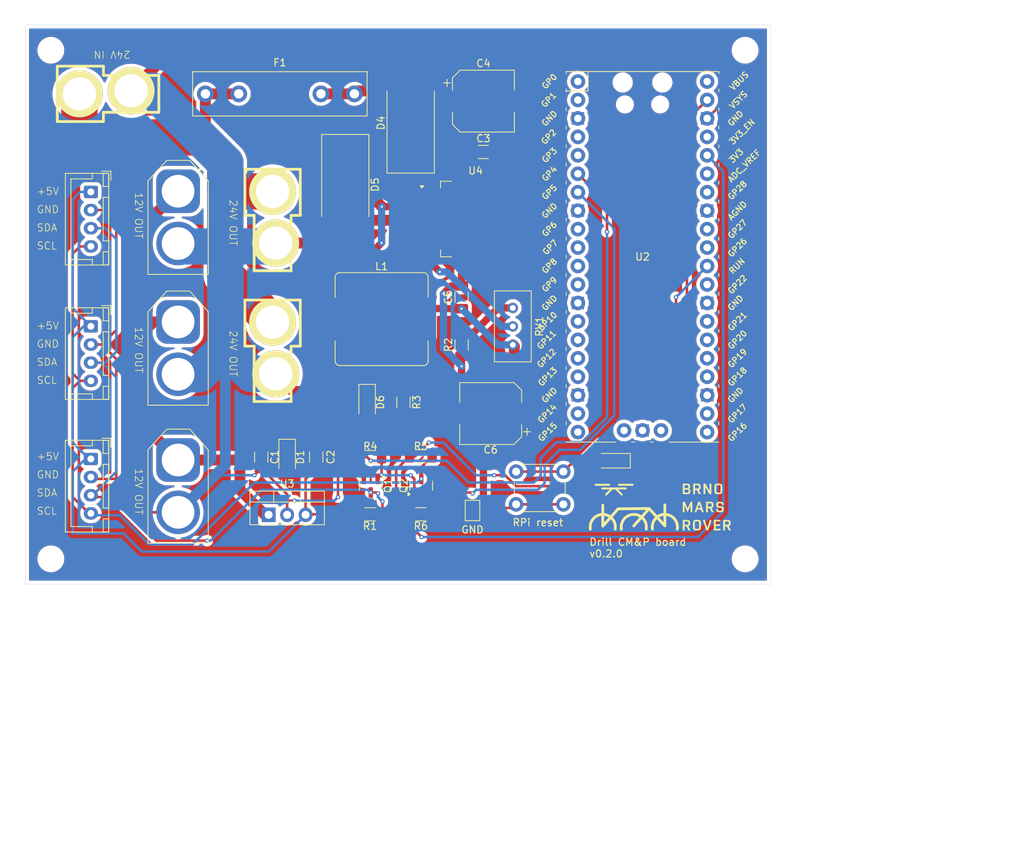
<source format=kicad_pcb>
(kicad_pcb (version 20240108) (generator "pcbnew") (generator_version "8.0")
  (layers (0 "F.Cu" signal) (31 "B.Cu" signal) (34 "B.Paste" user) (35 "F.Paste" user) (36 "B.SilkS" user "B.Silkscreen") (37 "F.SilkS" user "F.Silkscreen") (38 "B.Mask" user) (39 "F.Mask" user) (44 "Edge.Cuts" user))
  (net 0 "")
  (net 1 "+12V")
  (net 2 "GND")
  (net 3 "+24V")
  (net 4 "+5V")
  (net 5 "Net-(D4-K)")
  (net 6 "Net-(D2-K)")
  (net 7 "Net-(D4-A)")
  (net 8 "Net-(D5-K)")
  (net 9 "Net-(D6-A)")
  (net 10 "HSCL")
  (net 11 "HSDA")
  (net 12 "LSDA")
  (net 13 "+3.3V")
  (net 14 "LSCL")
  (net 15 "Net-(R2-Pad2)")
  (net 16 "Net-(U4-FB)")
  (net 17 "Net-(U2-RUN)")
  (footprint "MountingHole:MountingHole_3.2mm_M3" (layer "F.Cu") (at 116 93)
    (property "Reference" "H3" (hide yes))
    (property "Value" "MountingHole" (hide yes))
  )
  (footprint "Button_Switch_THT:SW_PUSH_6mm_H5mm" (layer "F.Cu") (at 84.5 81)
    (property "Reference" "RPi reset")
    (property "Value" "Reset")
  )
  (footprint "MountingHole:MountingHole_3.2mm_M3" (layer "F.Cu") (at 20.5 23)
    (property "Reference" "H3" (hide yes))
    (property "Value" "MountingHole" (hide yes))
  )
  (footprint "Diode_SMD:D_SMC_Handsoldering" (layer "F.Cu") (at 70 33 90)
    (property "Reference" "D4")
    (property "Value" "D_Schottky")
  )
  (footprint "Resistor_SMD:R_1206_3216Metric_Pad1.30x1.75mm_HandSolder" (layer "F.Cu") (at 64.4 86.875)
    (property "Reference" "R1")
    (property "Value" "4K7")
  )
  (footprint "Connector_AMASS:AMASS_XT60-M_1x02_P7.20mm_Vertical" (layer "F.Cu") (at 38 42.4 -90)
    (property "Reference" "12V OUT1" (hide yes))
    (property "Value" "Screw_Terminal_01x02")
  )
  (footprint "Capacitor_SMD:C_1206_3216Metric_Pad1.33x1.80mm_HandSolder" (layer "F.Cu") (at 80 37)
    (property "Reference" "C3")
    (property "Value" "100nF")
  )
  (footprint "Inductor_SMD:L_TaiTech_TMPC1265_13.5x12.5mm" (layer "F.Cu") (at 66 60)
    (property "Reference" "L1")
    (property "Value" "470uH")
  )
  (footprint "Jumper:SolderJumper-2_P1.3mm_Bridged2Bar_Pad1.0x1.5mm" (layer "F.Cu") (at 78.5 86.35 90)
    (property "Reference" "GND")
    (property "Value" "Screw_Terminal_01x01")
  )
  (footprint "Capacitor_SMD:C_1206_3216Metric_Pad1.33x1.80mm_HandSolder" (layer "F.Cu") (at 77 57 90)
    (property "Reference" "C5")
    (property "Value" "100nF")
  )
  (footprint "Resistor_SMD:R_1206_3216Metric_Pad1.30x1.75mm_HandSolder" (layer "F.Cu") (at 71.4 78.875)
    (property "Reference" "R5")
    (property "Value" "4K7")
  )
  (footprint "Diode_SMD:D_1206_3216Metric_Pad1.42x1.75mm_HandSolder" (layer "F.Cu") (at 53 79 -90)
    (property "Reference" "D1")
    (property "Value" "D")
  )
  (footprint "Package_TO_SOT_SMD:SOT-23" (layer "F.Cu") (at 71.45 82.9375 90)
    (property "Reference" "Q2")
    (property "Value" "BS170F")
  )
  (footprint "Capacitor_SMD:CP_Elec_8x10" (layer "F.Cu") (at 80 30)
    (property "Reference" "C4")
    (property "Value" "100uF")
  )
  (footprint "Resistor_SMD:R_1206_3216Metric_Pad1.30x1.75mm_HandSolder" (layer "F.Cu") (at 64.45 79 180)
    (property "Reference" "R4")
    (property "Value" "4K7")
  )
  (footprint "Diode_SMD:D_SOD-123" (layer "F.Cu") (at 97.85 79.5 180)
    (property "Reference" "D2" (hide yes))
    (property "Value" "D_Schottky" (hide yes))
  )
  (footprint "Fuse:Fuseholder_Littelfuse_100_series_5x20mm" (layer "F.Cu") (at 41.75 29)
    (property "Reference" "F1")
    (property "Value" "Fuse")
  )
  (footprint "T-DEAN-libs:DEANS" (layer "F.Cu") (at 51 47)
    (property "Reference" "24V OUT2" (hide yes))
    (property "Value" "Screw_Terminal_01x02" (hide yes))
  )
  (footprint "Capacitor_SMD:C_1206_3216Metric_Pad1.33x1.80mm_HandSolder" (layer "F.Cu") (at 57 79 90)
    (property "Reference" "C2")
    (property "Value" "C")
  )
  (footprint "Potentiometer_THT:Potentiometer_Bourns_3296W_Vertical" (layer "F.Cu") (at 84.05 63.55 -90)
    (property "Reference" "RV1")
    (property "Value" "W103 (10K)")
  )
  (footprint "MountingHole:MountingHole_3.2mm_M3" (layer "F.Cu") (at 20.5 93)
    (property "Reference" "H3" (hide yes))
    (property "Value" "MountingHole" (hide yes))
  )
  (footprint "T-DEAN-libs:DEANS" (layer "F.Cu") (at 51 65)
    (property "Reference" "24V OUT1" (hide yes))
    (property "Value" "Screw_Terminal_01x02" (hide yes))
  )
  (footprint "T-DEAN-libs:DEANS" (layer "F.Cu") (at 29 29 90)
    (property "Reference" "24V IN1" (hide yes))
    (property "Value" "Screw_Terminal_01x02" (hide yes))
  )
  (footprint "Package_TO_SOT_SMD:TO-263-5_TabPin3" (layer "F.Cu") (at 78.925 46.225)
    (property "Reference" "U4")
    (property "Value" "LM2596S-ADJ")
  )
  (footprint "Connector_AMASS:AMASS_XT60-M_1x02_P7.20mm_Vertical" (layer "F.Cu") (at 38 79.4 -90)
    (property "Reference" "12V OUT3" (hide yes))
    (property "Value" "Screw_Terminal_01x02")
  )
  (footprint "Capacitor_SMD:C_1206_3216Metric_Pad1.33x1.80mm_HandSolder" (layer "F.Cu") (at 49.4375 79 -90)
    (property "Reference" "C1")
    (property "Value" "C")
  )
  (footprint "MCU_RaspberryPi_and_Boards-libs:RPi_Pico_SMD_TH" (layer "F.Cu") (at 101.89 51.43)
    (property "Reference" "U2")
    (property "Value" "Pico")
  )
  (footprint "Connector_JST:JST_XH_B4B-XH-A_1x04_P2.50mm_Vertical" (layer "F.Cu") (at 26 42.5 -90)
    (property "Reference" "I2C1" (hide yes))
    (property "Value" "Screw_Terminal_01x04")
  )
  (footprint "Resistor_SMD:R_1206_3216Metric_Pad1.30x1.75mm_HandSolder" (layer "F.Cu") (at 69 71.45 -90)
    (property "Reference" "R3")
    (property "Value" "R")
  )
  (footprint "Diode_SMD:D_SMC_Handsoldering" (layer "F.Cu") (at 61 41.5 -90)
    (property "Reference" "D5")
    (property "Value" "D_Schottky")
  )
  (footprint "LOGO" (layer "F.Cu") (at 104.5 86)
    (property "Reference" "G***" (hide yes))
    (property "Value" "LOGO" (hide yes))
  )
  (footprint "MountingHole:MountingHole_3.2mm_M3" (layer "F.Cu") (at 116 23)
    (property "Reference" "H3" (hide yes))
    (property "Value" "MountingHole" (hide yes))
  )
  (footprint "Capacitor_SMD:CP_Elec_8x10" (layer "F.Cu") (at 81 73 180)
    (property "Reference" "C6")
    (property "Value" "220uF")
  )
  (footprint "Resistor_SMD:R_1206_3216Metric_Pad1.30x1.75mm_HandSolder" (layer "F.Cu") (at 71.4 86.875)
    (property "Reference" "R6")
    (property "Value" "4K7" (hide yes))
  )
  (footprint "Diode_SMD:D_1206_3216Metric_Pad1.42x1.75mm_HandSolder" (layer "F.Cu") (at 64 71.45 -90)
    (property "Reference" "D6")
    (property "Value" "LED")
  )
  (footprint "Connector_JST:JST_XH_B4B-XH-A_1x04_P2.50mm_Vertical" (layer "F.Cu") (at 26 79.25 -90)
    (property "Reference" "I2C3" (hide yes))
    (property "Value" "Screw_Terminal_01x04")
  )
  (footprint "Package_TO_SOT_THT:TO-220-3_Vertical" (layer "F.Cu") (at 50.46 86.945)
    (property "Reference" "U3")
    (property "Value" "L7805")
  )
  (footprint "Connector_JST:JST_XH_B4B-XH-A_1x04_P2.50mm_Vertical" (layer "F.Cu") (at 26 61 -90)
    (property "Reference" "I2C2" (hide yes))
    (property "Value" "Screw_Terminal_01x04")
  )
  (footprint "Package_TO_SOT_SMD:SOT-23" (layer "F.Cu") (at 64.5 82.9375 -90)
    (property "Reference" "Q1")
    (property "Value" "BS170F")
  )
  (footprint "Connector_AMASS:AMASS_XT60-M_1x02_P7.20mm_Vertical" (layer "F.Cu") (at 38 60.4 -90)
    (property "Reference" "12V OUT2" (hide yes))
    (property "Value" "Screw_Terminal_01x02")
  )
  (footprint "Resistor_SMD:R_1206_3216Metric_Pad1.30x1.75mm_HandSolder" (layer "F.Cu") (at 77 63.55 90)
    (property "Reference" "R2")
    (property "Value" "5K")
  )
  (gr_rect (start 17 19.5) (end 119.5 96.5) (stroke (width 0.05)) (fill none) (layer "Edge.Cuts"))
  (gr_text "+5V\n" (at 18.5 79.5 0) (layer "F.SilkS") (effects (font (size 1 1) (thickness 0.1)) (justify left bottom)))
  (gr_text "24V OUT\n" (at 45 61.5 -90) (layer "F.SilkS") (effects (font (size 1 1) (thickness 0.1)) (justify left bottom)))
  (gr_text "SDA" (at 18.5 66.5 0) (layer "F.SilkS") (effects (font (size 1 1) (thickness 0.1)) (justify left bottom)))
  (gr_text "+5V\n" (at 18.5 43 0) (layer "F.SilkS") (effects (font (size 1 1) (thickness 0.1)) (justify left bottom)))
  (gr_text "24V OUT\n" (at 45 43.5 -90) (layer "F.SilkS") (effects (font (size 1 1) (thickness 0.1)) (justify left bottom)))
  (gr_text "SDA" (at 18.5 84.5 0) (layer "F.SilkS") (effects (font (size 1 1) (thickness 0.1)) (justify left bottom)))
  (gr_text "12V OUT\n" (at 32 42.5 -90) (layer "F.SilkS") (effects (font (size 1 1) (thickness 0.1)) (justify left bottom)))
  (gr_text "+5V\n" (at 18.5 61.5 0) (layer "F.SilkS") (effects (font (size 1 1) (thickness 0.1)) (justify left bottom)))
  (gr_text "SCL\n" (at 18.5 69 0) (layer "F.SilkS") (effects (font (size 1 1) (thickness 0.1)) (justify left bottom)))
  (gr_text "24V IN\n" (at 31.5 23 180) (layer "F.SilkS") (effects (font (size 1 1) (thickness 0.1)) (justify left bottom)))
  (gr_text "SCL\n" (at 18.5 87 0) (layer "F.SilkS") (effects (font (size 1 1) (thickness 0.1)) (justify left bottom)))
  (gr_text "12V OUT\n" (at 32 61 -90) (layer "F.SilkS") (effects (font (size 1 1) (thickness 0.1)) (justify left bottom)))
  (gr_text "Drill CM&P board\nv0.2.0" (at 94.5 91.5 0) (layer "F.SilkS") (effects (font (size 1 1)) (justify left)))
  (gr_text "12V OUT\n" (at 32 80.5 -90) (layer "F.SilkS") (effects (font (size 1 1) (thickness 0.1)) (justify left bottom)))
  (gr_text "GND\n" (at 18.5 64 0) (layer "F.SilkS") (effects (font (size 1 1) (thickness 0.1)) (justify left bottom)))
  (gr_text "SDA" (at 18.5 48 0) (layer "F.SilkS") (effects (font (size 1 1) (thickness 0.1)) (justify left bottom)))
  (gr_text "SCL\n" (at 18.5 50.5 0) (layer "F.SilkS") (effects (font (size 1 1) (thickness 0.1)) (justify left bottom)))
  (gr_text "GND\n" (at 18.5 45.5 0) (layer "F.SilkS") (effects (font (size 1 1) (thickness 0.1)) (justify left bottom)))
  (gr_text "GND\n" (at 18.5 82 0) (layer "F.SilkS") (effects (font (size 1 1) (thickness 0.1)) (justify left bottom)))
  (segment (start 33 62) (end 33 47.4) (width 1.5) (layer "F.Cu") (net 1))
  (segment (start 69 73) (end 71.5 73) (width 1) (layer "F.Cu") (net 1))
  (segment (start 72.9875 58.5625) (end 71.55 60) (width 1) (layer "F.Cu") (net 1))
  (segment (start 34.6 60.4) (end 38 60.4) (width 1.5) (layer "F.Cu") (net 1))
  (segment (start 47.475 79.4) (end 49.4375 77.4375) (width 1.5) (layer "F.Cu") (net 1))
  (segment (start 50.46 86.945) (end 49.945 86.945) (width 1.5) (layer "F.Cu") (net 1))
  (segment (start 49.5125 77.5125) (end 49.4375 77.4375) (width 0.2) (layer "F.Cu") (net 1))
  (segment (start 46.5 83.5) (end 46.5 80.375) (width 1.5) (layer "F.Cu") (net 1))
  (segment (start 55.0125 75.5) (end 66.5 75.5) (width 1) (layer "F.Cu") (net 1))
  (segment (start 38 79.4) (end 33 74.4) (width 1.5) (layer "F.Cu") (net 1))
  (segment (start 84.25 63.75) (end 84.05 63.55) (width 1.5) (layer "F.Cu") (net 1))
  (segment (start 33 47.4) (end 38 42.4) (width 1.5) (layer "F.Cu") (net 1))
  (segment (start 66.5 75.5) (end 69 73) (width 1) (layer "F.Cu") (net 1))
  (segment (start 77 58.5625) (end 72.9875 58.5625) (width 1) (layer "F.Cu") (net 1))
  (segment (start 46.5 80.375) (end 49.4375 77.4375) (width 1.5) (layer "F.Cu") (net 1))
  (segment (start 71.5 73) (end 71.5 72.5) (width 1) (layer "F.Cu") (net 1))
  (segment (start 53 77.5125) (end 55.0125 75.5) (width 1) (layer "F.Cu") (net 1))
  (segment (start 53 77.5125) (end 49.5125 77.5125) (width 1.5) (layer "F.Cu") (net 1))
  (segment (start 38 79.4) (end 47.475 79.4) (width 1.5) (layer "F.Cu") (net 1))
  (segment (start 33 62) (end 34.6 60.4) (width 1.5) (layer "F.Cu") (net 1))
  (segment (start 71.5 72.5) (end 71.55 72.45) (width 1) (layer "F.Cu") (net 1))
  (segment (start 33 74.4) (end 33 62) (width 1.5) (layer "F.Cu") (net 1))
  (segment (start 71.55 72.45) (end 71.55 60) (width 1) (layer "F.Cu") (net 1))
  (segment (start 84.25 73) (end 84.25 63.75) (width 1.5) (layer "F.Cu") (net 1))
  (segment (start 49.945 86.945) (end 46.5 83.5) (width 1.5) (layer "F.Cu") (net 1))
  (via (at 77 58.5625) (size 0.6) (drill 0.3) (layers "F.Cu" "B.Cu") (net 1))
  (segment (start 81.9875 63.55) (end 77 58.5625) (width 1) (layer "B.Cu") (net 1))
  (segment (start 84.05 63.55) (end 81.9875 63.55) (width 1) (layer "B.Cu") (net 1))
  (segment (start 74.5 56.5) (end 75.5625 55.4375) (width 1) (layer "F.Cu") (net 2))
  (segment (start 81.5625 42.1625) (end 82.85 43.45) (width 1.5) (layer "F.Cu") (net 2))
  (segment (start 29.5 61.5) (end 29.5 46.5) (width 0.35) (layer "F.Cu") (net 2))
  (segment (start 29.5 65.5) (end 27.5 63.5) (width 0.35) (layer "F.Cu") (net 2))
  (segment (start 80 78.5) (end 80 75.25) (width 1) (layer "F.Cu") (net 2))
  (segment (start 27.5 63.5) (end 26 63.5) (width 0.35) (layer "F.Cu") (net 2))
  (segment (start 61.5 46.4) (end 67.05 46.4) (width 1.5) (layer "F.Cu") (net 2))
  (segment (start 77 55.4375) (end 77 50) (width 1) (layer "F.Cu") (net 2))
  (segment (start 49.4375 80.5625) (end 48.5 81.5) (width 0.35) (layer "F.Cu") (net 2))
  (segment (start 77.75 24.5) (end 35.61582 24.5) (width 1.5) (layer "F.Cu") (net 2))
  (segment (start 83.25 35.3125) (end 81.5625 37) (width 1.5) (layer "F.Cu") (net 2))
  (segment (start 56.96 49.54) (end 51.42418 49.54) (width 1.5) (layer "F.Cu") (net 2))
  (segment (start 112.5 24.5) (end 77.75 24.5) (width 0.35) (layer "F.Cu") (net 2))
  (segment (start 53 85) (end 53 84.125) (width 0.35) (layer "F.Cu") (net 2))
  (segment (start 77 65.1) (end 77 66.5) (width 1) (layer "F.Cu") (net 2))
  (segment (start 77.75 73) (end 77 72.25) (width 1) (layer "F.Cu") (net 2))
  (segment (start 84.5 85.5) (end 84 86) (width 0.35) (layer "F.Cu") (net 2))
  (segment (start 110.78 32.38) (end 113 30.16) (width 0.35) (layer "F.Cu") (net 2))
  (segment (start 51.42418 48.46) (end 51.42418 49.54) (width 0.2) (layer "F.Cu") (net 2))
  (segment (start 60 80) (end 57.4375 77.4375) (width 0.35) (layer "F.Cu") (net 2))
  (segment (start 61 45.9) (end 61.5 46.4) (width 1.5) (layer "F.Cu") (net 2))
  (segment (start 77.375 49.625) (end 78 49) (width 1.5) (layer "F.Cu") (net 2))
  (segment (start 34.1 86.6) (end 38 86.6) (width 0.35) (layer "F.Cu") (net 2))
  (segment (start 75.5625 55.4375) (end 77 55.4375) (width 1) (layer "F.Cu") (net 2))
  (segment (start 113 30.16) (end 113 25) (width 0.35) (layer "F.Cu") (net 2))
  (segment (start 26 82) (end 29.5 82) (width 0.35) (layer "F.Cu") (net 2))
  (segment (start 78.5 87) (end 79.525 87) (width 1) (layer "F.Cu") (net 2))
  (segment (start 113 25) (end 112.5 24.5) (width 0.35) (layer "F.Cu") (net 2))
  (segment (start 29.5 46.5) (end 28 45) (width 0.35) (layer "F.Cu") (net 2))
  (segment (start 57.4375 77.4375) (end 57 77.4375) (width 0.35) (layer "F.Cu") (net 2))
  (segment (start 77 72.25) (end 77 66.5) (width 1) (layer "F.Cu") (net 2))
  (segment (start 27.5 63.5) (end 29.5 61.5) (width 0.35) (layer "F.Cu") (net 2))
  (segment (start 83.25 30) (end 77.75 24.5) (width 1.5) (layer "F.Cu") (net 2))
  (segment (start 61 45.9) (end 60.6 45.9) (width 1.5) (layer "F.Cu") (net 2))
  (segment (start 29.5 82) (end 29.5 65.5) (width 0.35) (layer "F.Cu") (net 2))
  (segment (start 77 50) (end 78 49) (width 1) (layer "F.Cu") (net 2))
  (segment (start 53.84668 69.9625) (end 51.42418 67.54) (width 1.5) (layer "F.Cu") (net 2))
  (segment (start 80 86.525) (end 80 86) (width 1) (layer "F.Cu") (net 2))
  (segment (start 64 69.9625) (end 53.84668 69.9625) (width 1.5) (layer "F.Cu") (net 2))
  (segment (start 81.5625 37) (end 81.5625 42.1625) (width 1.5) (layer "F.Cu") (net 2))
  (segment (start 35.61582 24.5) (end 31.54 28.57582) (width 1.5) (layer "F.Cu") (net 2))
  (segment (start 53 86.945) (end 53 85) (width 0.35) (layer "F.Cu") (net 2))
  (segment (start 80 86) (end 80 78.5) (width 1) (layer "F.Cu") (net 2))
  (segment (start 80 75.25) (end 77.75 73) (width 1) (layer "F.Cu") (net 2))
  (segment (start 53 85) (end 54 85) (width 0.35) (layer "F.Cu") (net 2))
  (segment (start 84 86) (end 80 86) (width 0.35) (layer "F.Cu") (net 2))
  (segment (start 53 84.125) (end 49.4375 80.5625) (width 0.35) (layer "F.Cu") (net 2))
  (segment (start 83.25 30) (end 83.25 35.3125) (width 1.5) (layer "F.Cu") (net 2))
  (segment (start 79.525 87) (end 80 86.525) (width 1) (layer "F.Cu") (net 2))
  (segment (start 71.275 49.625) (end 77.375 49.625) (width 1) (layer "F.Cu") (net 2))
  (segment (start 28 45) (end 26 45) (width 0.35) (layer "F.Cu") (net 2))
  (segment (start 60 84.5) (end 60 80) (width 0.35) (layer "F.Cu") (net 2))
  (segment (start 60.6 45.9) (end 56.96 49.54) (width 1.5) (layer "F.Cu") (net 2))
  (segment (start 67.225 46.225) (end 71.275 46.225) (width 1) (layer "F.Cu") (net 2))
  (segment (start 84.5 85.5) (end 91 85.5) (width 0.35) (layer "F.Cu") (net 2))
  (segment (start 29.5 82) (end 34.1 86.6) (width 0.35) (layer "F.Cu") (net 2))
  (via (at 54 85) (size 0.6) (drill 0.3) (layers "F.Cu" "B.Cu") (net 2))
  (via (at 77 66.5) (size 0.6) (drill 0.3) (layers "F.Cu" "B.Cu") (net 2))
  (via (at 48.5 81.5) (size 0.6) (drill 0.3) (layers "F.Cu" "B.Cu") (net 2))
  (via (at 74.5 56.5) (size 0.6) (drill 0.3) (layers "F.Cu" "B.Cu") (net 2))
  (via (at 60 84.5) (size 0.6) (drill 0.3) (layers "F.Cu" "B.Cu") (net 2))
  (segment (start 44.5 50) (end 50.96418 50) (width 5) (layer "B.Cu") (net 2))
  (segment (start 50.96418 50) (end 51.42418 49.54) (width 5) (layer "B.Cu") (net 2))
  (segment (start 44.5 50) (end 38.4 50) (width 5) (layer "B.Cu") (net 2))
  (segment (start 44.5 50) (end 44.5 64) (width 5) (layer "B.Cu") (net 2))
  (segment (start 48.5 81.5) (end 43.1 81.5) (width 0.35) (layer "B.Cu") (net 2))
  (segment (start 43.1 81.5) (end 43.05 81.55) (width 0.35) (layer "B.Cu") (net 2))
  (segment (start 34.57582 28.57582) (end 44.5 38.5) (width 5) (layer "B.Cu") (net 2))
  (segment (start 44.5 80.1) (end 44.5 64) (width 1.5) (layer "B.Cu") (net 2))
  (segment (start 74.5 64) (end 74.5 56.5) (width 1) (layer "B.Cu") (net 2))
  (segment (start 38.4 50) (end 38 49.6) (width 5) (layer "B.Cu") (net 2))
  (segment (start 77 66.5) (end 74.5 64) (width 1) (layer "B.Cu") (net 2))
  (segment (start 31.54 28.57582) (end 34.57582 28.57582) (width 5) (layer "B.Cu") (net 2))
  (segment (start 43.05 81.55) (end 44.5 80.1) (width 1.5) (layer "B.Cu") (net 2))
  (segment (start 44.5 64) (end 40.9 67.6) (width 5) (layer "B.Cu") (net 2))
  (segment (start 40.9 67.6) (end 38 67.6) (width 5) (layer "B.Cu") (net 2))
  (segment (start 44.5 38.5) (end 44.5 50) (width 5) (layer "B.Cu") (net 2))
  (segment (start 54 85) (end 59.5 85) (width 0.35) (layer "B.Cu") (net 2))
  (segment (start 59.5 85) (end 60 84.5) (width 0.35) (layer "B.Cu") (net 2))
  (segment (start 38 86.6) (end 43.05 81.55) (width 1.5) (layer "B.Cu") (net 2))
  (segment (start 44.5 64) (end 48.04 67.54) (width 5) (layer "B.Cu") (net 2))
  (segment (start 48.04 67.54) (end 51.42418 67.54) (width 5) (layer "B.Cu") (net 2))
  (segment (start 44.5 53.928) (end 51 60.428) (width 5) (layer "F.Cu") (net 3))
  (segment (start 44.5 42) (end 44.5 53.928) (width 5) (layer "F.Cu") (net 3))
  (segment (start 51 42.428) (end 44.928 42.428) (width 5) (layer "F.Cu") (net 3))
  (segment (start 41 35) (end 44.5 38.5) (width 5) (layer "F.Cu") (net 3))
  (segment (start 24.428 33.56197) (end 25.86603 35) (width 5) (layer "F.Cu") (net 3))
  (segment (start 25.86603 35) (end 41 35) (width 5) (layer "F.Cu") (net 3))
  (segment (start 41.75 29) (end 46.35 29) (width 1.5) (layer "F.Cu") (net 3))
  (segment (start 24.428 29) (end 24.428 33.56197) (width 5) (layer "F.Cu") (net 3))
  (segment (start 44.5 38.5) (end 44.5 42) (width 5) (layer "F.Cu") (net 3))
  (segment (start 44.928 42.428) (end 44.5 42) (width 5) (layer "F.Cu") (net 3))
  (segment (start 41.75 29) (end 41.75 34.25) (width 1.5) (layer "F.Cu") (net 3))
  (segment (start 41.75 34.25) (end 41 35) (width 1.5) (layer "F.Cu") (net 3))
  (segment (start 67.5 88.5) (end 68 88) (width 0.35) (layer "F.Cu") (net 4))
  (segment (start 62.875 86.875) (end 64.5 88.5) (width 0.35) (layer "F.Cu") (net 4))
  (segment (start 68 80.725) (end 69.85 78.875) (width 0.35) (layer "F.Cu") (net 4))
  (segment (start 62.85 86.875) (end 62.875 86.875) (width 0.35) (layer "F.Cu") (net 4))
  (segment (start 83 81.5) (end 84.5 83) (width 0.35) (layer "F.Cu") (net 4))
  (segment (start 93 83) (end 84.5 83) (width 0.35) (layer "F.Cu") (net 4))
  (segment (start 64.5 88.5) (end 67.5 88.5) (width 0.35) (layer "F.Cu") (net 4))
  (segment (start 62.85 86.875) (end 55.61 86.875) (width 0.35) (layer "F.Cu") (net 4))
  (segment (start 53 80.4875) (end 56.925 80.4875) (width 0.35) (layer "F.Cu") (net 4))
  (segment (start 55.61 86.875) (end 55.54 86.945) (width 0.2) (layer "F.Cu") (net 4))
  (segment (start 55.54 86.945) (end 55.54 82.0225) (width 0.35) (layer "F.Cu") (net 4))
  (segment (start 81.5 81.5) (end 83 81.5) (width 0.35) (layer "F.Cu") (net 4))
  (segment (start 96.2 79.5) (end 96.2 79.8) (width 0.35) (layer "F.Cu") (net 4))
  (segment (start 96.2 79.8) (end 93 83) (width 0.35) (layer "F.Cu") (net 4))
  (segment (start 63.5 86.875) (end 62.85 86.875) (width 0.2) (layer "F.Cu") (net 4))
  (segment (start 56.925 80.4875) (end 57 80.5625) (width 0.35) (layer "F.Cu") (net 4))
  (segment (start 68 88) (end 68 80.725) (width 0.35) (layer "F.Cu") (net 4))
  (segment (start 72.5 77) (end 70.625 78.875) (width 0.35) (layer "F.Cu") (net 4))
  (segment (start 55.54 82.0225) (end 57 80.5625) (width 0.35) (layer "F.Cu") (net 4))
  (segment (start 70.625 78.875) (end 69.85 78.875) (width 0.35) (layer "F.Cu") (net 4))
  (via (at 81.5 81.5) (size 0.6) (drill 0.3) (layers "F.Cu" "B.Cu") (net 4))
  (via (at 72.5 77) (size 0.6) (drill 0.3) (layers "F.Cu" "B.Cu") (net 4))
  (segment (start 26 79.5) (end 23.5 77) (width 0.35) (layer "B.Cu") (net 4))
  (segment (start 23.5 81) (end 25 79.5) (width 0.35) (layer "B.Cu") (net 4))
  (segment (start 23.5 77) (end 23.5 62.5) (width 0.35) (layer "B.Cu") (net 4))
  (segment (start 25 61) (end 26 61) (width 0.35) (layer "B.Cu") (net 4))
  (segment (start 74.5 77) (end 79 81.5) (width 0.35) (layer "B.Cu") (net 4))
  (segment (start 23.5 62.5) (end 25 61) (width 0.35) (layer "B.Cu") (net 4))
  (segment (start 55.54 86.945) (end 50.485 92) (width 0.35) (layer "B.Cu") (net 4))
  (segment (start 24.5 42.5) (end 26 42.5) (width 0.35) (layer "B.Cu") (net 4))
  (segment (start 33 92) (end 30.5 89.5) (width 0.35) (layer "B.Cu") (net 4))
  (segment (start 72.5 77) (end 74.5 77) (width 0.35) (layer "B.Cu") (net 4))
  (segment (start 23.5 43.5) (end 24.5 42.5) (width 0.35) (layer "B.Cu") (net 4))
  (segment (start 26 61) (end 23.5 58.5) (width 0.35) (layer "B.Cu") (net 4))
  (segment (start 23.5 58.5) (end 23.5 43.5) (width 0.35) (layer "B.Cu") (net 4))
  (segment (start 79 81.5) (end 81.5 81.5) (width 0.35) (layer "B.Cu") (net 4))
  (segment (start 23.5 89.5) (end 23.5 81) (width 0.35) (layer "B.Cu") (net 4))
  (segment (start 30.5 89.5) (end 23.5 89.5) (width 0.35) (layer "B.Cu") (net 4))
  (segment (start 50.485 92) (end 33 92) (width 0.35) (layer "B.Cu") (net 4))
  (segment (start 25 79.5) (end 26 79.5) (width 0.2) (layer "B.Cu") (net 4))
  (segment (start 70.4 37) (end 70 37.4) (width 1.5) (layer "F.Cu") (net 5))
  (segment (start 76.75 35.3125) (end 78.4375 37) (width 1.5) (layer "F.Cu") (net 5))
  (segment (start 71.275 38.675) (end 70 37.4) (width 1.5) (layer "F.Cu") (net 5))
  (segment (start 71.275 42.825) (end 71.275 38.675) (width 1.5) (layer "F.Cu") (net 5))
  (segment (start 78.4375 37) (end 70.4 37) (width 1.5) (layer "F.Cu") (net 5))
  (segment (start 76.75 30) (end 76.75 35.3125) (width 1.5) (layer "F.Cu") (net 5))
  (segment (start 108 32.62) (end 108.06 32.56) (width 0.35) (layer "F.Cu") (net 6))
  (segment (start 108.06 32.56) (end 110.78 29.84) (width 0.35) (layer "F.Cu") (net 6))
  (segment (start 99.5 79.5) (end 106.5 79.5) (width 0.35) (layer "F.Cu") (net 6))
  (segment (start 108 78) (end 108 32.62) (width 0.35) (layer "F.Cu") (net 6))
  (segment (start 106.5 79.5) (end 108 78) (width 0.35) (layer "F.Cu") (net 6))
  (segment (start 62.25 29) (end 57.65 29) (width 1.5) (layer "F.Cu") (net 7))
  (segment (start 70 28.6) (end 62.65 28.6) (width 1.5) (layer "F.Cu") (net 7))
  (segment (start 62.65 28.6) (end 62.25 29) (width 1.5) (layer "F.Cu") (net 7))
  (segment (start 60.45 60) (end 60.45 55.05) (width 1) (layer "F.Cu") (net 8))
  (segment (start 61 37.1) (end 61 39.5) (width 1.5) (layer "F.Cu") (net 8))
  (segment (start 60.45 55.05) (end 66 49.5) (width 1) (layer "F.Cu") (net 8))
  (segment (start 61 39.5) (end 66.025 44.525) (width 1.5) (layer "F.Cu") (net 8))
  (segment (start 66.025 44.525) (end 71.275 44.525) (width 1) (layer "F.Cu") (net 8))
  (via (at 66 49.5) (size 0.6) (drill 0.3) (layers "F.Cu" "B.Cu") (net 8))
  (via (at 66.025 44.525) (size 0.6) (drill 0.3) (layers "F.Cu" "B.Cu") (net 8))
  (segment (start 66 49.5) (end 66 44.55) (width 1) (layer "B.Cu") (net 8))
  (segment (start 66 44.55) (end 66.025 44.525) (width 1) (layer "B.Cu") (net 8))
  (segment (start 68.6 69.9) (end 65.5625 72.9375) (width 1) (layer "F.Cu") (net 9))
  (segment (start 69 69.9) (end 68.6 69.9) (width 1) (layer "F.Cu") (net 9))
  (segment (start 65.5625 72.9375) (end 64 72.9375) (width 1) (layer "F.Cu") (net 9))
  (segment (start 23.5 67.5) (end 23.5 51) (width 0.35) (layer "F.Cu") (net 10))
  (segment (start 23.5 84.5) (end 23.5 69.5) (width 0.35) (layer "F.Cu") (net 10))
  (segment (start 23.5 69.5) (end 24.5 68.5) (width 0.35) (layer "F.Cu") (net 10))
  (segment (start 71.45 82) (end 71.45 80.375) (width 0.35) (layer "F.Cu") (net 10))
  (segment (start 24.5 68.5) (end 23.5 67.5) (width 0.35) (layer "F.Cu") (net 10))
  (segment (start 24.5 68.5) (end 26 68.5) (width 0.35) (layer "F.Cu") (net 10))
  (segment (start 71.45 80.375) (end 72.95 78.875) (width 0.35) (layer "F.Cu") (net 10))
  (segment (start 23.5 51) (end 24.5 50) (width 0.35) (layer "F.Cu") (net 10))
  (segment (start 26 87) (end 23.5 84.5) (width 0.35) (layer "F.Cu") (net 10))
  (segment (start 24.5 50) (end 26 50) (width 0.35) (layer "F.Cu") (net 10))
  (via (at 71.45 82) (size 0.6) (drill 0.3) (layers "F.Cu" "B.Cu") (net 10))
  (segment (start 48.5 82.5) (end 40 91) (width 0.35) (layer "B.Cu") (net 10))
  (segment (start 30 87) (end 26 87) (width 0.35) (layer "B.Cu") (net 10))
  (segment (start 71.45 82) (end 70.95 82.5) (width 0.35) (layer "B.Cu") (net 10))
  (segment (start 40 91) (end 34 91) (width 0.35) (layer "B.Cu") (net 10))
  (segment (start 70.95 82.5) (end 48.5 82.5) (width 0.35) (layer "B.Cu") (net 10))
  (segment (start 34 91) (end 30 87) (width 0.35) (layer "B.Cu") (net 10))
  (segment (start 66.111765 86.713235) (end 65.95 86.875) (width 0.2) (layer "F.Cu") (net 11))
  (segment (start 66.111765 85.111765) (end 66.111765 86.713235) (width 0.35) (layer "F.Cu") (net 11))
  (segment (start 35 90.5) (end 29 84.5) (width 0.35) (layer "F.Cu") (net 11))
  (segment (start 42 90.5) (end 35 90.5) (width 0.35) (layer "F.Cu") (net 11))
  (segment (start 29 84.5) (end 26 84.5) (width 0.35) (layer "F.Cu") (net 11))
  (segment (start 65.375 83.875) (end 65.5 84) (width 0.2) (layer "F.Cu") (net 11))
  (segment (start 64.5 83.875) (end 65.375 83.875) (width 0.35) (layer "F.Cu") (net 11))
  (via (at 42 90.5) (size 0.6) (drill 0.3) (layers "F.Cu" "B.Cu") (net 11))
  (via (at 65.5 84) (size 0.6) (drill 0.3) (layers "F.Cu" "B.Cu") (net 11))
  (via (at 64.5 83.875) (size 0.6) (drill 0.3) (layers "F.Cu" "B.Cu") (net 11))
  (via (at 66.111765 85.111765) (size 0.6) (drill 0.3) (layers "F.Cu" "B.Cu") (net 11))
  (segment (start 49.5 83.5) (end 42.5 90.5) (width 0.35) (layer "B.Cu") (net 11))
  (segment (start 29.5 64.5) (end 29.5 49) (width 0.35) (layer "B.Cu") (net 11))
  (segment (start 29.5 49) (end 28 47.5) (width 0.35) (layer "B.Cu") (net 11))
  (segment (start 42.5 90.5) (end 42 90.5) (width 0.35) (layer "B.Cu") (net 11))
  (segment (start 64.5 83.875) (end 64.125 83.5) (width 0.35) (layer "B.Cu") (net 11))
  (segment (start 27.5 66) (end 26 66) (width 0.35) (layer "B.Cu") (net 11))
  (segment (start 29.5 68) (end 27.5 66) (width 0.35) (layer "B.Cu") (net 11))
  (segment (start 26 84.5) (end 29.5 81) (width 0.35) (layer "B.Cu") (net 11))
  (segment (start 65.5 84) (end 65.5 84.5) (width 0.35) (layer "B.Cu") (net 11))
  (segment (start 28 66) (end 29.5 64.5) (width 0.35) (layer "B.Cu") (net 11))
  (segment (start 65.5 84.5) (end 66.111765 85.111765) (width 0.35) (layer "B.Cu") (net 11))
  (segment (start 64.125 83.5) (end 49.5 83.5) (width 0.35) (layer "B.Cu") (net 11))
  (segment (start 26 66) (end 28 66) (width 0.35) (layer "B.Cu") (net 11))
  (segment (start 29.5 81) (end 29.5 68) (width 0.35) (layer "B.Cu") (net 11))
  (segment (start 28 47.5) (end 26 47.5) (width 0.35) (layer "B.Cu") (net 11))
  (segment (start 62.9 79) (end 64 79) (width 0.35) (layer "F.Cu") (net 12))
  (segment (start 62.9 81.35) (end 63.55 82) (width 0.35) (layer "F.Cu") (net 12))
  (segment (start 97 48) (end 97 44) (width 0.35) (layer "F.Cu") (net 12))
  (segment (start 64 79) (end 64.5 79.5) (width 0.35) (layer "F.Cu") (net 12))
  (segment (start 97 44) (end 93 40) (width 0.35) (layer "F.Cu") (net 12))
  (segment (start 62.9 79) (end 62.9 81.35) (width 0.35) (layer "F.Cu") (net 12))
  (via (at 64.5 79.5) (size 0.6) (drill 0.3) (layers "F.Cu" "B.Cu") (net 12))
  (via (at 97 48) (size 0.6) (drill 0.3) (layers "F.Cu" "B.Cu") (net 12))
  (segment (start 90.065 76.935) (end 93.569544 76.935) (width 0.35) (layer "B.Cu") (net 12))
  (segment (start 77.954595 82.5) (end 86.944544 82.5) (width 0.35) (layer "B.Cu") (net 12))
  (segment (start 93.569544 76.935) (end 97 73.504544) (width 0.35) (layer "B.Cu") (net 12))
  (segment (start 64.5 79.5) (end 74.954595 79.5) (width 0.35) (layer "B.Cu") (net 12))
  (segment (start 86.944544 82.5) (end 87.875 81.569544) (width 0.35) (layer "B.Cu") (net 12))
  (segment (start 74.954595 79.5) (end 77.954595 82.5) (width 0.35) (layer "B.Cu") (net 12))
  (segment (start 87.875 79.125) (end 90.065 76.935) (width 0.35) (layer "B.Cu") (net 12))
  (segment (start 87.875 81.569544) (end 87.875 79.125) (width 0.35) (layer "B.Cu") (net 12))
  (segment (start 97 73.504544) (end 97 48) (width 0.35) (layer "B.Cu") (net 12))
  (segment (start 69.85 84.525) (end 70.5 83.875) (width 0.35) (layer "F.Cu") (net 13))
  (segment (start 69.85 86.875) (end 69.85 84.525) (width 0.35) (layer "F.Cu") (net 13))
  (segment (start 69.85 88.35) (end 69.85 86.875) (width 0.35) (layer "F.Cu") (net 13))
  (segment (start 70.5 82) (end 70 81.5) (width 0.35) (layer "F.Cu") (net 13))
  (segment (start 66 81.45) (end 65.45 82) (width 0.35) (layer "F.Cu") (net 13))
  (segment (start 71.5 90) (end 69.85 88.35) (width 0.35) (layer "F.Cu") (net 13))
  (segment (start 66 79) (end 66 81.45) (width 0.35) (layer "F.Cu") (net 13))
  (segment (start 70.5 83.875) (end 70.5 82) (width 0.35) (layer "F.Cu") (net 13))
  (via (at 71.5 90) (size 0.6) (drill 0.3) (layers "F.Cu" "B.Cu") (net 13))
  (via (at 70 81.5) (size 0.6) (drill 0.3) (layers "F.Cu" "B.Cu") (net 13))
  (via (at 66 81.45) (size 0.6) (drill 0.3) (layers "F.Cu" "B.Cu") (net 13))
  (segment (start 66.05 81.5) (end 66 81.45) (width 0.35) (layer "B.Cu") (net 13))
  (segment (start 70 81.5) (end 66.05 81.5) (width 0.35) (layer "B.Cu") (net 13))
  (segment (start 113 39.68) (end 113 86.5) (width 0.35) (layer "B.Cu") (net 13))
  (segment (start 110.78 37.46) (end 113 39.68) (width 0.35) (layer "B.Cu") (net 13))
  (segment (start 109.5 90) (end 71.5 90) (width 0.35) (layer "B.Cu") (net 13))
  (segment (start 113 86.5) (end 109.5 90) (width 0.35) (layer "B.Cu") (net 13))
  (segment (start 78.375 83.875) (end 78.5 84) (width 0.35) (layer "F.Cu") (net 14))
  (segment (start 72.95 86.875) (end 72.95 84.425) (width 0.35) (layer "F.Cu") (net 14))
  (segment (start 72.4 83.875) (end 78.375 83.875) (width 0.35) (layer "F.Cu") (net 14))
  (segment (start 72.95 84.425) (end 72.4 83.875) (width 0.35) (layer "F.Cu") (net 14))
  (via (at 78.5 84) (size 0.6) (drill 0.3) (layers "F.Cu" "B.Cu") (net 14))
  (segment (start 98 73.282362) (end 98 47.54) (width 0.35) (layer "B.Cu") (net 14))
  (segment (start 79 83.5) (end 87.5 83.5) (width 0.35) (layer "B.Cu") (net 14))
  (segment (start 87.5 83.5) (end 88.425 82.575) (width 0.35) (layer "B.Cu") (net 14))
  (segment (start 88.425 80.075) (end 90.5 78) (width 0.35) (layer "B.Cu") (net 14))
  (segment (start 93.282362 78) (end 98 73.282362) (width 0.35) (layer "B.Cu") (net 14))
  (segment (start 90.5 78) (end 93.282362 78) (width 0.35) (layer "B.Cu") (net 14))
  (segment (start 98 47.54) (end 93 42.54) (width 0.35) (layer "B.Cu") (net 14))
  (segment (start 88.425 82.575) (end 88.425 80.075) (width 0.35) (layer "B.Cu") (net 14))
  (segment (start 78.5 84) (end 79 83.5) (width 0.35) (layer "B.Cu") (net 14))
  (segment (start 78.5 62) (end 82.03 58.47) (width 1) (layer "F.Cu") (net 15))
  (segment (start 82.03 58.47) (end 84.05 58.47) (width 1) (layer "F.Cu") (net 15))
  (segment (start 77 62) (end 78.5 62) (width 1) (layer "F.Cu") (net 15))
  (segment (start 68.075 47.925) (end 68 48) (width 1) (layer "F.Cu") (net 16))
  (segment (start 68 48) (end 67.5 48.5) (width 1) (layer "F.Cu") (net 16))
  (segment (start 67.5 51.5) (end 72 51.5) (width 1) (layer "F.Cu") (net 16))
  (segment (start 72 51.5) (end 74 53.5) (width 1) (layer "F.Cu") (net 16))
  (segment (start 71.275 47.925) (end 68.075 47.925) (width 1) (layer "F.Cu") (net 16))
  (segment (start 67.5 48.5) (end 67.5 51.5) (width 1) (layer "F.Cu") (net 16))
  (via (at 74 53.5) (size 0.6) (drill 0.3) (layers "F.Cu" "B.Cu") (net 16))
  (segment (start 75 53.5) (end 82.51 61.01) (width 1) (layer "B.Cu") (net 16))
  (segment (start 82.51 61.01) (end 84.05 61.01) (width 1) (layer "B.Cu") (net 16))
  (segment (start 74 53.5) (end 75 53.5) (width 1) (layer "B.Cu") (net 16))
  (segment (start 106.25 77) (end 106.5 76.75) (width 0.35) (layer "F.Cu") (net 17))
  (segment (start 106.5 76.75) (end 106.5 57) (width 0.35) (layer "F.Cu") (net 17))
  (segment (start 92.5 79.5) (end 93.5 79.5) (width 0.35) (layer "F.Cu") (net 17))
  (segment (start 91 81) (end 92.5 79.5) (width 0.35) (layer "F.Cu") (net 17))
  (segment (start 96 77) (end 106.25 77) (width 0.35) (layer "F.Cu") (net 17))
  (segment (start 84.5 81) (end 91 81) (width 0.35) (layer "F.Cu") (net 17))
  (segment (start 93.5 79.5) (end 96 77) (width 0.35) (layer "F.Cu") (net 17))
  (via (at 106.5 57) (size 0.6) (drill 0.3) (layers "F.Cu" "B.Cu") (net 17))
  (segment (start 107.48 56) (end 110.78 52.7) (width 0.35) (layer "B.Cu") (net 17))
  (segment (start 107.48 56.02) (end 107.48 56) (width 0.35) (layer "B.Cu") (net 17))
  (segment (start 106.5 57) (end 107.48 56.02) (width 0.35) (layer "B.Cu") (net 17))
  (zone (net 0) (net_name "") (layers "F&B.Cu") (connect_pads (clearance 0.5)) (min_thickness 0.25) (fill yes (thermal_gap 0.5) (thermal_bridge_width 0.5) (island_removal_mode 1) (island_area_min 10))
    (polygon (pts (xy 13.5 17) (xy 151.373261 16.080657) (xy 154.373261 133.080657) (xy 14 126)))
  )
)
</source>
